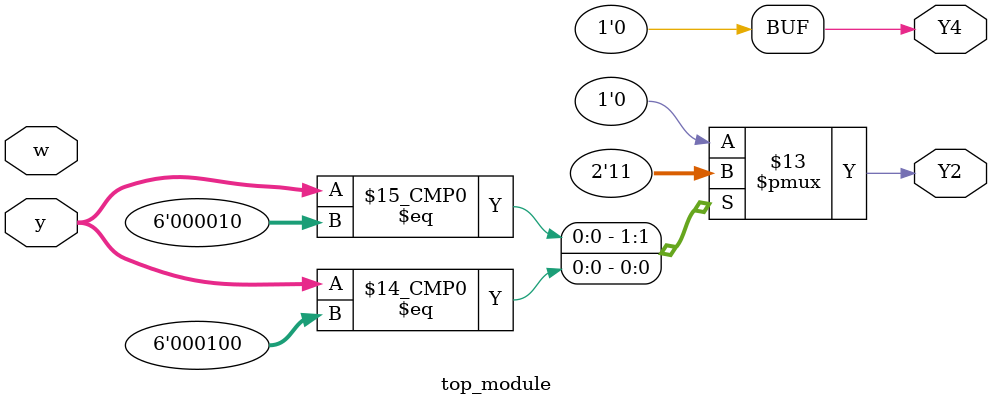
<source format=sv>
module top_module (
    input [6:1] y,
    input w,
    output reg Y2,
    output reg Y4
);

    always @(*) begin
        case(y)
            6'b000001: begin
                Y2 <= 0;
                Y4 <= 0;
            end
            6'b000010: begin
                Y2 <= 1'b1;
                Y4 <= 0;
            end
            6'b000100: begin
                Y2 <= 1'b1;
                Y4 <= 0;
            end
            6'b001000: begin
                Y2 <= 0;
                Y4 <= 0;
            end
            6'b010000: begin
                Y2 <= 0;
                Y4 <= 0;
            end
            6'b100000: begin
                Y2 <= 0;
                Y4 <= 0;
            end
            default: begin
                Y2 <= 0;
                Y4 <= 0;
            end
        endcase
    end

endmodule

</source>
